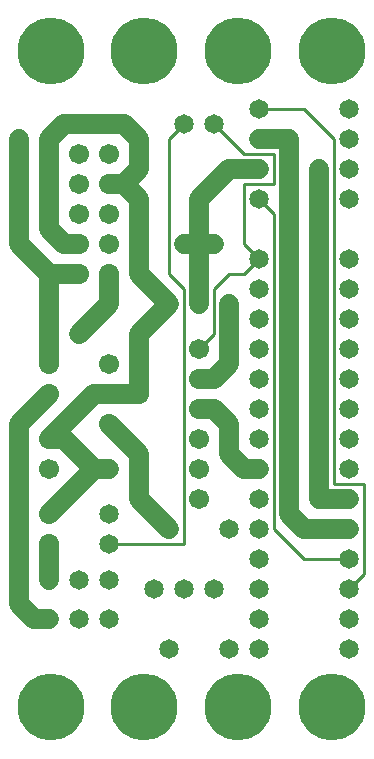
<source format=gtl>
%MOIN*%
%FSLAX25Y25*%
G04 D10 used for Character Trace; *
G04     Circle (OD=.01000) (No hole)*
G04 D11 used for Power Trace; *
G04     Circle (OD=.06500) (No hole)*
G04 D12 used for Signal Trace; *
G04     Circle (OD=.01100) (No hole)*
G04 D13 used for Via; *
G04     Circle (OD=.05800) (Round. Hole ID=.02800)*
G04 D14 used for Component hole; *
G04     Circle (OD=.06500) (Round. Hole ID=.03500)*
G04 D15 used for Component hole; *
G04     Circle (OD=.06700) (Round. Hole ID=.04300)*
G04 D16 used for Component hole; *
G04     Circle (OD=.08100) (Round. Hole ID=.05100)*
G04 D17 used for Component hole; *
G04     Circle (OD=.08900) (Round. Hole ID=.05900)*
G04 D18 used for Component hole; *
G04     Circle (OD=.11300) (Round. Hole ID=.08300)*
G04 D19 used for Component hole; *
G04     Circle (OD=.16000) (Round. Hole ID=.13000)*
G04 D20 used for Component hole; *
G04     Circle (OD=.18300) (Round. Hole ID=.15300)*
G04 D21 used for Component hole; *
G04     Circle (OD=.22291) (Round. Hole ID=.19291)*
%ADD10C,.01000*%
%ADD11C,.06500*%
%ADD12C,.01100*%
%ADD13C,.05800*%
%ADD14C,.06500*%
%ADD15C,.06700*%
%ADD16C,.08100*%
%ADD17C,.08900*%
%ADD18C,.11300*%
%ADD19C,.16000*%
%ADD20C,.18300*%
%ADD21C,.22291*%
%IPPOS*%
%LPD*%
G90*X0Y0D02*D21*X15625Y15625D03*D14*              
X35000Y45000D03*X25000D03*X15000D03*D11*X10000D01*
X5000Y50000D01*Y110000D01*X15000Y120000D01*D15*   
D03*Y130000D03*D11*Y160000D01*X25000D01*D15*D03*  
D11*Y140000D02*X35000Y150000D01*D13*              
X25000Y140000D03*D15*X35000Y130000D03*D11*        
Y150000D02*Y160000D01*D15*D03*X25000Y170000D03*   
D11*X20000D01*X15000Y175000D01*Y205000D01*        
X20000Y210000D01*X40000D01*X45000Y205000D01*      
Y195000D01*X40000Y190000D01*X45000Y185000D01*     
Y160000D01*X55000Y150000D01*D14*D03*D11*          
X45000Y140000D01*Y120000D01*D15*D03*D11*X30000D01*
X15000Y105000D01*D15*D03*D11*X20000D01*           
X30000Y95000D01*X15000Y80000D01*D15*D03*Y70000D03*
D11*Y58000D01*D14*D03*X25000D03*X35000D03*        
Y70000D03*D12*X60000D01*Y155000D01*               
X55000Y160000D01*Y205000D01*X60000Y210000D01*D14* 
D03*X70000D03*D12*X80000Y200000D01*X90000D01*     
Y190000D01*X80000D01*Y170000D01*X85000Y165000D01* 
D14*D03*D12*X80000Y160000D01*X75000D01*           
X70000Y155000D01*Y140000D01*X65000Y135000D01*D15* 
D03*D11*X70000Y125000D02*X75000Y130000D01*        
X65000Y125000D02*X70000D01*D15*X65000D03*         
Y115000D03*D11*X70000D01*X75000Y110000D01*        
Y100000D01*X80000Y95000D01*X85000D01*D14*D03*D13* 
X95000D03*D11*Y80000D01*X100000Y75000D01*         
X115000D01*D14*D03*D11*X105000Y85000D02*          
X115000D01*D14*D03*D12*X120000Y60000D02*Y90000D01*
X115000Y55000D02*X120000Y60000D01*D14*            
X115000Y55000D03*Y65000D03*D12*X100000D01*        
X90000Y75000D01*Y180000D01*X85000Y185000D01*D14*  
D03*X95000Y175000D03*D11*Y95000D01*               
X105000Y85000D02*Y175000D01*D14*D03*D11*          
Y195000D01*D13*D03*D14*X115000Y185000D03*         
Y205000D03*D11*X95000Y175000D02*Y205000D01*D14*   
X115000Y155000D03*Y195000D03*D11*X65000Y185000D02*
X75000Y195000D01*X65000Y170000D02*Y185000D01*     
Y150000D02*Y170000D01*D14*Y150000D03*D13*         
X75000D03*D11*Y130000D01*D14*X85000Y125000D03*    
Y135000D03*Y145000D03*Y115000D03*Y155000D03*D15*  
X65000Y105000D03*D14*X85000D03*D11*               
X45000Y95000D02*Y100000D01*D14*Y95000D03*D11*     
Y85000D01*X55000Y75000D01*D14*D03*D15*            
X65000Y85000D03*D14*X35000Y95000D03*D11*X30000D01*
D15*X35000Y110000D03*D11*X45000Y100000D01*D14*    
X35000Y80000D03*D15*X65000Y95000D03*D14*          
X75000Y75000D03*D15*X15000Y95000D03*D14*          
X85000Y65000D03*Y75000D03*Y85000D03*              
X50000Y55000D03*X60000D03*X70000D03*X85000D03*    
Y45000D03*D11*X15000Y160000D02*X5000Y170000D01*   
Y205000D01*D13*D03*D15*X25000Y190000D03*          
Y200000D03*Y180000D03*X35000D03*Y190000D03*D11*   
X40000D01*D15*X35000Y200000D03*D14*               
X60000Y170000D03*D11*X65000D01*X70000D01*D14*D03* 
X85000Y195000D03*D11*X75000D01*D14*               
X85000Y205000D03*D11*X95000D01*D14*               
X85000Y215000D03*D12*X100000D01*X110000Y205000D01*
Y90000D01*X120000D01*D14*X115000Y95000D03*        
Y105000D03*Y115000D03*Y125000D03*Y45000D03*       
Y135000D03*X75000Y35000D03*X85000D03*X115000D03*  
Y145000D03*X55000Y35000D03*D21*X46875Y15625D03*   
X78125D03*X109375D03*D14*X115000Y165000D03*D15*   
X35000Y170000D03*D14*X115000Y215000D03*D21*       
X109375Y234375D03*X78125D03*X46875D03*X15625D03*  
M02*                                              

</source>
